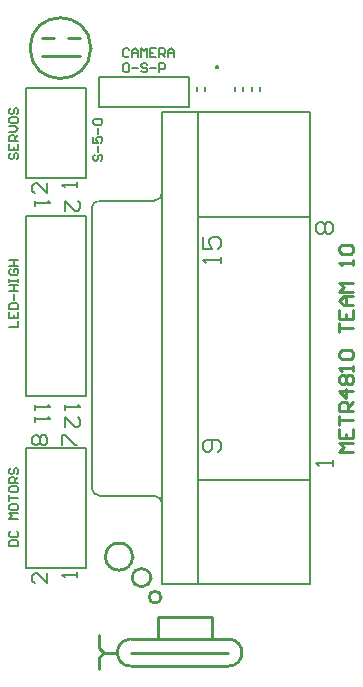
<source format=gto>
%FSDAX24Y24*%
%MOIN*%
%SFA1B1*%

%IPPOS*%
%ADD12C,0.010000*%
%ADD21C,0.007900*%
%ADD22C,0.005000*%
%ADD23C,0.005900*%
%ADD24C,0.008000*%
%LNdistro_layout-1*%
%LPD*%
G54D12*
X001212Y019450D02*
D01*
D01*
G75*
G03X-000812I-1012J0D01*
G74*G01*
D01*
G75*
G03X001212I1012J0D01*
G74*G01*
X003554Y001150D02*
D01*
D01*
G75*
G03X003154I-200J0D01*
G74*G01*
D01*
G75*
G03X003554I200J0D01*
G74*G01*
X003208Y001800D02*
D01*
D01*
G75*
G03X002600I-304J0D01*
G74*G01*
D01*
G75*
G03X003208I304J0D01*
G74*G01*
X002607Y002500D02*
D01*
D01*
G75*
G03X001701I-453J0D01*
G74*G01*
D01*
G75*
G03X002607I453J0D01*
G74*G01*
X005800Y-001150D02*
D01*
D01*
G75*
G03Y-000250I0J450D01*
G74*G01*
X002550D02*
D01*
D01*
G75*
G03Y-001150I0J-450D01*
G74*G01*
X-000400Y019800D02*
X000000D01*
X000450D02*
X000850D01*
X-000400Y019200D02*
X000850D01*
X002550Y-000250D02*
X005800D01*
X005250D02*
Y000500D01*
X003450Y-000250D02*
Y000500D01*
X005250*
X001650Y-000700D02*
X002100D01*
X001500Y-000550D02*
X001650Y-000700D01*
X001500Y-000550D02*
Y-000100D01*
Y-000850D02*
X001650Y-000700D01*
X001500Y-001250D02*
Y-000850D01*
X002550Y-000700D02*
X005800D01*
X002550Y-001150D02*
X005800D01*
X009950Y006000D02*
X009500D01*
X009650Y006150*
X009500Y006300*
X009950*
X009500Y006750D02*
Y006450D01*
X009950*
Y006750*
X009725Y006450D02*
Y006600D01*
X009500Y006900D02*
Y007200D01*
Y007050*
X009950*
Y007350D02*
X009500D01*
Y007574*
X009575Y007649*
X009725*
X009800Y007574*
Y007350*
Y007500D02*
X009950Y007649D01*
Y008024D02*
X009500D01*
X009725Y007799*
Y008099*
X009575Y008249D02*
X009500Y008324D01*
Y008474*
X009575Y008549*
X009650*
X009725Y008474*
X009800Y008549*
X009875*
X009950Y008474*
Y008324*
X009875Y008249*
X009800*
X009725Y008324*
X009650Y008249*
X009575*
X009725Y008324D02*
Y008474D01*
X009950Y008699D02*
Y008849D01*
Y008774*
X009500*
X009575Y008699*
Y009074D02*
X009500Y009149D01*
Y009299*
X009575Y009374*
X009875*
X009950Y009299*
Y009149*
X009875Y009074*
X009575*
X009500Y009974D02*
Y010274D01*
Y010124*
X009950*
X009500Y010723D02*
Y010424D01*
X009950*
Y010723*
X009725Y010424D02*
Y010574D01*
X009950Y010873D02*
X009650D01*
X009500Y011023*
X009650Y011173*
X009950*
X009725*
Y010873*
X009950Y011323D02*
X009500D01*
X009650Y011473*
X009500Y011623*
X009950*
Y012223D02*
Y012373D01*
Y012298*
X009500*
X009575Y012223*
Y012598D02*
X009500Y012673D01*
Y012823*
X009575Y012898*
X009875*
X009950Y012823*
Y012673*
X009875Y012598*
X009575*
G54D21*
X003324Y014371D02*
D01*
D01*
G75*
G03X003598Y014645I0J274D01*
G74*G01*
Y004255D02*
D01*
D01*
G75*
G03X003324Y004529I-274J0D01*
G74*G01*
X001511Y014369D02*
D01*
D01*
G75*
G03X001238Y014096I0J-272D01*
G74*G01*
Y004804D02*
D01*
D01*
G75*
G03X001511Y004531I272J0D01*
G74*G01*
X004781Y001576D02*
Y017324D01*
Y005064D02*
X008521D01*
X003600Y001576D02*
Y017324D01*
X004781Y013836D02*
X008521D01*
Y001576D02*
Y017324D01*
X001238Y004804D02*
Y014096D01*
X001513Y004529D02*
X003324D01*
X001513Y014371D02*
X003324D01*
X003600Y001576D02*
X008521D01*
X003600Y017324D02*
X008521D01*
X001059Y002117D02*
Y006117D01*
X-000941Y002117D02*
Y006117D01*
Y002117D02*
X001059D01*
X-000941Y006117D02*
X001059D01*
X005013Y018005D02*
Y018162D01*
X004738Y018005D02*
Y018162D01*
X006021Y018005D02*
Y018162D01*
X006296Y018005D02*
Y018162D01*
X006869Y018005D02*
Y018162D01*
X006593Y018005D02*
Y018162D01*
X-000941Y018120D02*
X001059D01*
X-000941Y015120D02*
X001059D01*
X-000941D02*
Y018120D01*
X001059Y015120D02*
Y018120D01*
Y016203D02*
Y018120D01*
X001500Y018503D02*
X004500D01*
X001500Y017503D02*
Y018503D01*
Y017503D02*
X004500D01*
Y018503*
X-000941Y007860D02*
Y013860D01*
Y007860D02*
X001059D01*
Y013860*
X-000941D02*
X001059D01*
G54D22*
X005400Y018800D02*
Y018850D01*
X005450*
Y018800*
X005400*
X-001500Y002850D02*
X-001200D01*
Y003000*
X-001250Y003050*
X-001450*
X-001500Y003000*
Y002850*
X-001450Y003350D02*
X-001500Y003300D01*
Y003200*
X-001450Y003150*
X-001250*
X-001200Y003200*
Y003300*
X-001250Y003350*
X-001200Y003750D02*
X-001500D01*
X-001400Y003850*
X-001500Y003950*
X-001200*
X-001500Y004200D02*
Y004100D01*
X-001450Y004050*
X-001250*
X-001200Y004100*
Y004200*
X-001250Y004250*
X-001450*
X-001500Y004200*
Y004350D02*
Y004549D01*
Y004449*
X-001200*
X-001500Y004799D02*
Y004699D01*
X-001450Y004649*
X-001250*
X-001200Y004699*
Y004799*
X-001250Y004849*
X-001450*
X-001500Y004799*
X-001200Y004949D02*
X-001500D01*
Y005099*
X-001450Y005149*
X-001350*
X-001300Y005099*
Y004949*
Y005049D02*
X-001200Y005149D01*
X-001450Y005449D02*
X-001500Y005399D01*
Y005299*
X-001450Y005249*
X-001400*
X-001350Y005299*
Y005399*
X-001300Y005449*
X-001250*
X-001200Y005399*
Y005299*
X-001250Y005249*
X-001500Y010150D02*
X-001200D01*
Y010350*
X-001500Y010650D02*
Y010450D01*
X-001200*
Y010650*
X-001350Y010450D02*
Y010550D01*
X-001500Y010750D02*
X-001200D01*
Y010900*
X-001250Y010950*
X-001450*
X-001500Y010900*
Y010750*
X-001350Y011050D02*
Y011250D01*
X-001500Y011350D02*
X-001200D01*
X-001350*
Y011550*
X-001500*
X-001200*
X-001500Y011650D02*
Y011749D01*
Y011700*
X-001200*
Y011650*
Y011749*
X-001450Y012099D02*
X-001500Y012049D01*
Y011949*
X-001450Y011899*
X-001250*
X-001200Y011949*
Y012049*
X-001250Y012099*
X-001350*
Y011999*
X-001500Y012199D02*
X-001200D01*
X-001350*
Y012399*
X-001500*
X-001200*
X002500Y019400D02*
X002450Y019450D01*
X002350*
X002300Y019400*
Y019200*
X002350Y019150*
X002450*
X002500Y019200*
X002600Y019150D02*
Y019350D01*
X002700Y019450*
X002800Y019350*
Y019150*
Y019300*
X002600*
X002900Y019150D02*
Y019450D01*
X003000Y019350*
X003100Y019450*
Y019150*
X003400Y019450D02*
X003200D01*
Y019150*
X003400*
X003200Y019300D02*
X003300D01*
X003500Y019150D02*
Y019450D01*
X003650*
X003700Y019400*
Y019300*
X003650Y019250*
X003500*
X003600D02*
X003700Y019150D01*
X003800D02*
Y019350D01*
X003899Y019450*
X003999Y019350*
Y019150*
Y019300*
X003800*
X002300Y018900D02*
X002350Y018950D01*
X002450*
X002500Y018900*
Y018700*
X002450Y018650*
X002350*
X002300Y018700*
Y018900*
X002600Y018800D02*
X002800D01*
X003100Y018900D02*
X003050Y018950D01*
X002950*
X002900Y018900*
Y018850*
X002950Y018800*
X003050*
X003100Y018750*
Y018700*
X003050Y018650*
X002950*
X002900Y018700*
X003200Y018800D02*
X003400D01*
X003500Y018650D02*
Y018950D01*
X003650*
X003700Y018900*
Y018800*
X003650Y018750*
X003500*
X-001450Y015950D02*
X-001500Y015900D01*
Y015800*
X-001450Y015750*
X-001400*
X-001350Y015800*
Y015900*
X-001300Y015950*
X-001250*
X-001200Y015900*
Y015800*
X-001250Y015750*
X-001500Y016250D02*
Y016050D01*
X-001200*
Y016250*
X-001350Y016050D02*
Y016150D01*
X-001200Y016350D02*
X-001500D01*
Y016500*
X-001450Y016550*
X-001350*
X-001300Y016500*
Y016350*
Y016450D02*
X-001200Y016550D01*
X-001500Y016650D02*
X-001300D01*
X-001200Y016750*
X-001300Y016850*
X-001500*
Y017100D02*
Y017000D01*
X-001450Y016950*
X-001250*
X-001200Y017000*
Y017100*
X-001250Y017150*
X-001450*
X-001500Y017100*
X-001450Y017449D02*
X-001500Y017399D01*
Y017299*
X-001450Y017250*
X-001400*
X-001350Y017299*
Y017399*
X-001300Y017449*
X-001250*
X-001200Y017399*
Y017299*
X-001250Y017250*
X001350Y015900D02*
X001300Y015850D01*
Y015750*
X001350Y015700*
X001400*
X001450Y015750*
Y015850*
X001500Y015900*
X001550*
X001600Y015850*
Y015750*
X001550Y015700*
X001450Y016000D02*
Y016200D01*
X001300Y016500D02*
Y016300D01*
X001450*
X001400Y016400*
Y016450*
X001450Y016500*
X001550*
X001600Y016450*
Y016350*
X001550Y016300*
X001450Y016600D02*
Y016800D01*
X001350Y016900D02*
X001300Y016950D01*
Y017050*
X001350Y017100*
X001550*
X001600Y017050*
Y016950*
X001550Y016900*
X001350*
G54D23*
X005460Y005982D02*
X005559Y006080D01*
Y006277*
X005460Y006375*
X005067*
X004968Y006277*
Y006080*
X005067Y005982*
X005165*
X005263Y006080*
Y006375*
X005559Y012279D02*
Y012476D01*
Y012377*
X004968*
X005067Y012279*
X004968Y013164D02*
Y012771D01*
X005263*
X005165Y012967*
Y013066*
X005263Y013164*
X005460*
X005559Y013066*
Y012869*
X005460Y012771*
X008807Y013250D02*
X008708Y013348D01*
Y013545*
X008807Y013644*
X008905*
X009004Y013545*
X009102Y013644*
X009200*
X009299Y013545*
Y013348*
X009200Y013250*
X009102*
X009004Y013348*
X008905Y013250*
X008807*
X009004Y013348D02*
Y013545D01*
X009299Y005535D02*
Y005731D01*
Y005633*
X008708*
X008807Y005535*
G54D24*
X-000241Y001950D02*
Y001617D01*
X-000574Y001950*
X-000658*
X-000741Y001867*
Y001700*
X-000658Y001617*
X000759Y001817D02*
Y001983D01*
Y001900*
X000259*
X000342Y001817*
X000259Y006217D02*
Y006550D01*
X000342*
X000676Y006217*
X000759*
X-000658D02*
X-000741Y006300D01*
Y006467*
X-000658Y006550*
X-000574*
X-000491Y006467*
X-000408Y006550*
X-000324*
X-000241Y006467*
Y006300*
X-000324Y006217*
X-000408*
X-000491Y006300*
X-000574Y006217*
X-000658*
X-000491Y006300D02*
Y006467D01*
X-000241Y014953D02*
Y014620D01*
X-000574Y014953*
X-000658*
X-000741Y014870*
Y014703*
X-000658Y014620*
X000759Y014820D02*
Y014986D01*
Y014903*
X000259*
X000342Y014820*
X000359Y007560D02*
Y007393D01*
Y007476*
X000859*
X000775Y007560*
X000359Y006810D02*
Y007143D01*
X000692Y006810*
X000775*
X000859Y006893*
Y007060*
X000775Y007143*
X-000641Y007160D02*
Y006993D01*
Y007076*
X-000141*
X-000225Y007160*
X-000641Y007560D02*
Y007393D01*
Y007476*
X-000141*
X-000225Y007560*
X-000641Y014360D02*
Y014193D01*
Y014276*
X-000141*
X-000225Y014360*
X000359Y014026D02*
Y014360D01*
X000692Y014026*
X000775*
X000859Y014110*
Y014276*
X000775Y014360*
M02*
</source>
